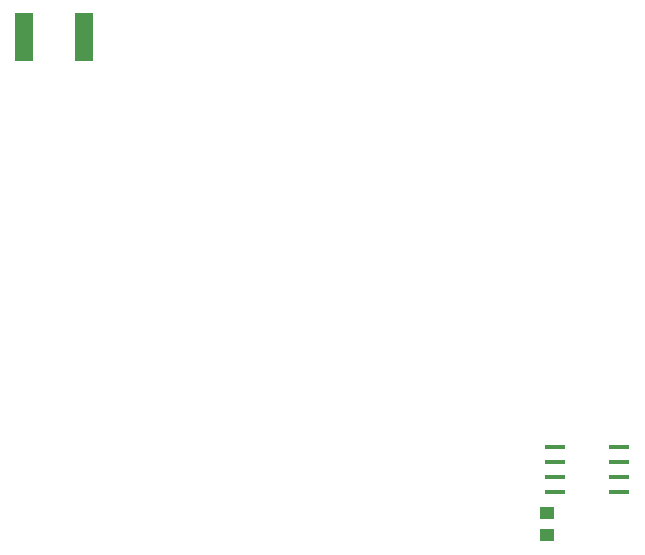
<source format=gbp>
G04 DipTrace 3.3.1.3*
G04 Teensy4.0TouchDisplayLoRaV0.2.gbp*
%MOIN*%
G04 #@! TF.FileFunction,Paste,Bot*
G04 #@! TF.Part,Single*
%AMOUTLINE6*
4,1,4,
0.03,0.08,
-0.03,0.08,
-0.03,-0.08,
0.03,-0.08,
0.03,0.08,
0*%
%ADD109R,0.07086X0.015742*%
%ADD133R,0.051175X0.043301*%
%ADD146OUTLINE6*%
%FSLAX26Y26*%
G04*
G70*
G90*
G75*
G01*
G04 BotPaste*
%LPD*%
D133*
X3412039Y562527D3*
Y637330D3*
D109*
X3649999Y856151D3*
Y806151D3*
Y756151D3*
Y706151D3*
X3437401D3*
Y756151D3*
Y806151D3*
Y856151D3*
D146*
X1868566Y2224758D3*
X1668566D3*
M02*

</source>
